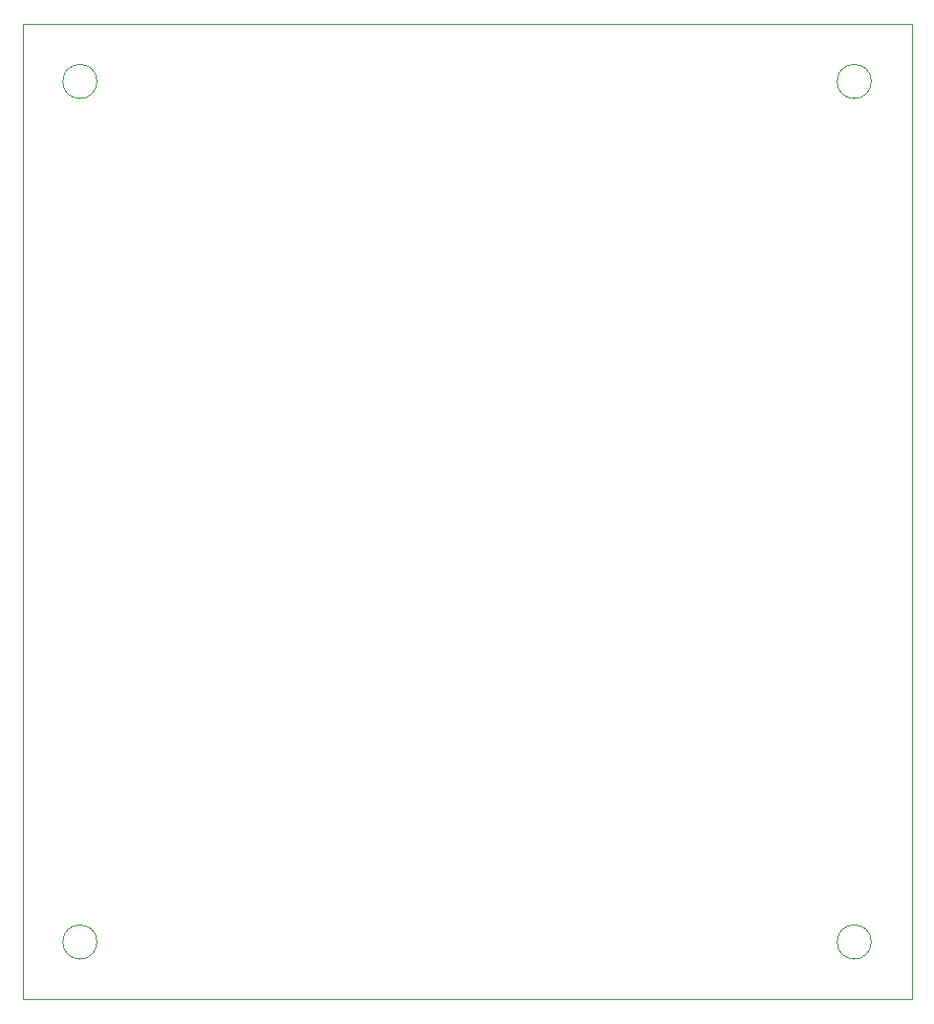
<source format=gm1>
G04 #@! TF.GenerationSoftware,KiCad,Pcbnew,5.1.9-73d0e3b20d~88~ubuntu20.04.1*
G04 #@! TF.CreationDate,2021-04-15T17:59:40-05:00*
G04 #@! TF.ProjectId,obi1,6f626931-2e6b-4696-9361-645f70636258,rev?*
G04 #@! TF.SameCoordinates,Original*
G04 #@! TF.FileFunction,Profile,NP*
%FSLAX46Y46*%
G04 Gerber Fmt 4.6, Leading zero omitted, Abs format (unit mm)*
G04 Created by KiCad (PCBNEW 5.1.9-73d0e3b20d~88~ubuntu20.04.1) date 2021-04-15 17:59:40*
%MOMM*%
%LPD*%
G01*
G04 APERTURE LIST*
G04 #@! TA.AperFunction,Profile*
%ADD10C,0.050000*%
G04 #@! TD*
G04 APERTURE END LIST*
D10*
X192010132Y-63500000D02*
G75*
G03*
X192010132Y-63500000I-1510132J0D01*
G01*
X192010132Y-139700000D02*
G75*
G03*
X192010132Y-139700000I-1510132J0D01*
G01*
X123430132Y-139700000D02*
G75*
G03*
X123430132Y-139700000I-1510132J0D01*
G01*
X123430132Y-63500000D02*
G75*
G03*
X123430132Y-63500000I-1510132J0D01*
G01*
X116840000Y-144780000D02*
X195580000Y-144780000D01*
X195580000Y-58420000D02*
X195580000Y-144780000D01*
X116840000Y-58420000D02*
X116840000Y-144780000D01*
X116840000Y-58420000D02*
X195580000Y-58420000D01*
M02*

</source>
